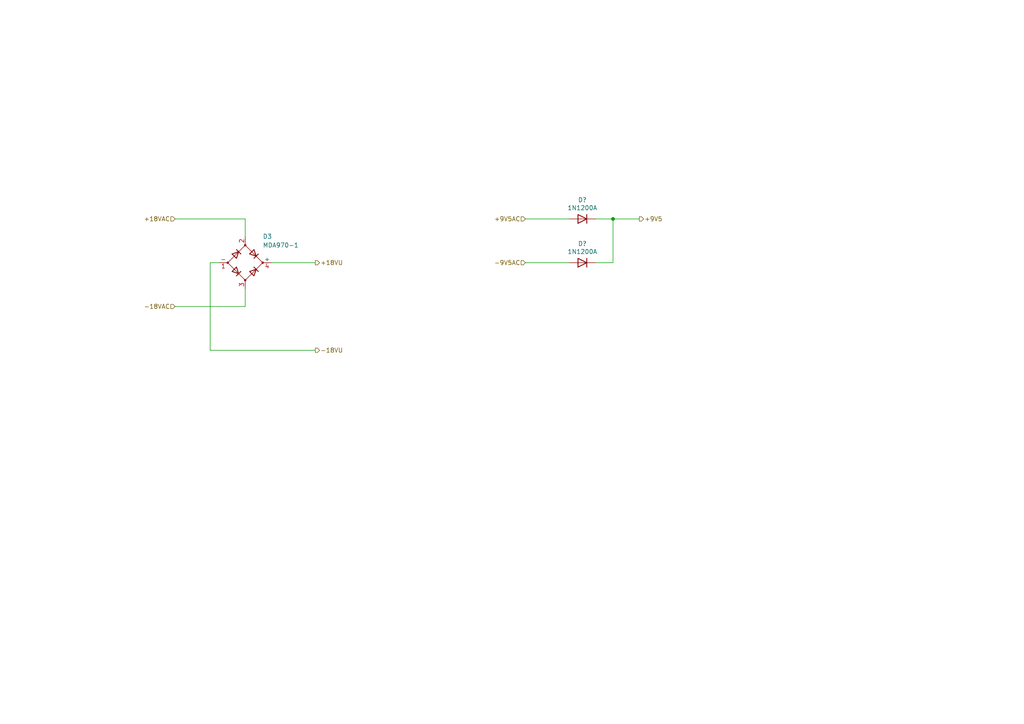
<source format=kicad_sch>
(kicad_sch (version 20231120) (generator "eeschema") (generator_version "8.0")
  (paper "A4")
  (lib_symbols
    (symbol "Device:D" (pin_numbers hide) (pin_names (offset 1.016) hide)
      (property "Reference" "D" (at 0 2.54 0))
      (property "Value" "D" (at 0 -2.54 0))
      (symbol "D_0_1"
        (polyline (pts (xy -1.27 1.27) (xy -1.27 -1.27)) (stroke (width 0.254)))
        (polyline (pts (xy 1.27 0) (xy -1.27 0)))
        (polyline (pts (xy 1.27 1.27) (xy 1.27 -1.27) (xy -1.27 0) (xy 1.27 1.27)) (stroke (width 0.254)))
      )
      (symbol "D_1_1"
        (pin passive line (at -3.81 0 0) (length 2.54) (name "K") (number "1"))
        (pin passive line (at 3.81 0 180) (length 2.54) (name "A") (number "2"))
      )
    )
    (symbol "Device:D_Bridge_-AA+" (pin_names (offset 0))
      (property "Reference" "D" (at 2.54 6.985 0))
      (property "Value" "D_Bridge_-AA+" (at 2.54 5.08 0))
      (symbol "D_Bridge_-AA+_0_1"
        (circle (center -5.08 0) (radius 0.254) (fill (type outline)))
        (circle (center 0 -5.08) (radius 0.254) (fill (type outline)))
        (polyline (pts (xy -2.54 3.81) (xy -1.27 2.54)) (stroke (width 0.254)))
        (polyline (pts (xy -1.27 -2.54) (xy -2.54 -3.81)) (stroke (width 0.254)))
        (polyline (pts (xy 2.54 -1.27) (xy 3.81 -2.54)) (stroke (width 0.254)))
        (polyline (pts (xy 2.54 1.27) (xy 3.81 2.54)) (stroke (width 0.254)))
        (polyline (pts (xy -3.81 2.54) (xy -2.54 1.27) (xy -1.905 3.175) (xy -3.81 2.54)) (stroke (width 0.254)))
        (polyline (pts (xy -2.54 -1.27) (xy -3.81 -2.54) (xy -1.905 -3.175) (xy -2.54 -1.27)) (stroke (width 0.254)))
        (polyline (pts (xy 1.27 2.54) (xy 2.54 3.81) (xy 3.175 1.905) (xy 1.27 2.54)) (stroke (width 0.254)))
        (polyline (pts (xy 3.175 -1.905) (xy 1.27 -2.54) (xy 2.54 -3.81) (xy 3.175 -1.905)) (stroke (width 0.254)))
        (polyline (pts (xy -5.08 0) (xy 0 -5.08) (xy 5.08 0) (xy 0 5.08) (xy -5.08 0)))
        (circle (center 0 5.08) (radius 0.254) (fill (type outline)))
        (circle (center 5.08 0) (radius 0.254) (fill (type outline)))
      )
      (symbol "D_Bridge_-AA+_1_1"
        (pin passive line (at -7.62 0 0) (length 2.54) (name "-") (number "1"))
        (pin passive line (at 0 7.62 270) (length 2.54) (name "~") (number "2"))
        (pin passive line (at 0 -7.62 90) (length 2.54) (name "~") (number "3"))
        (pin passive line (at 7.62 0 180) (length 2.54) (name "+") (number "4"))
      )
    )
  )
  (junction (at 177.8 63.5))
  (wire (pts (xy 50.8 63.5) (xy 71.12 63.5)))
  (wire (pts (xy 78.74 76.2) (xy 91.44 76.2)))
  (wire (pts (xy 185.42 63.5) (xy 177.8 63.5)))
  (wire (pts (xy 177.8 63.5) (xy 172.72 63.5)))
  (wire (pts (xy 172.72 76.2) (xy 177.8 76.2)))
  (wire (pts (xy 71.12 88.9) (xy 71.12 83.82)))
  (wire (pts (xy 177.8 76.2) (xy 177.8 63.5)))
  (wire (pts (xy 50.8 88.9) (xy 71.12 88.9)))
  (wire (pts (xy 152.4 76.2) (xy 165.1 76.2)))
  (wire (pts (xy 60.96 101.6) (xy 91.44 101.6)))
  (wire (pts (xy 152.4 63.5) (xy 165.1 63.5)))
  (wire (pts (xy 60.96 76.2) (xy 60.96 101.6)))
  (wire (pts (xy 71.12 63.5) (xy 71.12 68.58)))
  (wire (pts (xy 60.96 76.2) (xy 63.5 76.2)))
  (hierarchical_label "+9V5" (shape output) (at 185.42 63.5 0))
  (hierarchical_label "+18VAC" (shape input) (at 50.8 63.5 180))
  (hierarchical_label "+9V5AC" (shape input) (at 152.4 63.5 180))
  (hierarchical_label "+18VU" (shape output) (at 91.44 76.2 0))
  (hierarchical_label "-9V5AC" (shape input) (at 152.4 76.2 180))
  (hierarchical_label "-18VAC" (shape input) (at 50.8 88.9 180))
  (hierarchical_label "-18VU" (shape output) (at 91.44 101.6 0))
  (symbol (lib_id "Device:D_Bridge_-AA+") (at 71.12 76.2 0) (unit 1)
    (property "Reference" "D3" (at 76.2 68.58 0) (effects (justify left)))
    (property "Value" "MDA970-1" (at 76.2 71.12 0) (effects (justify left)))
  )
  (symbol (lib_id "Device:D") (at 168.91 63.5 180) (unit 1)
    (property "Reference" "D?" (at 168.91 57.9882 0))
    (property "Value" "1N1200A" (at 168.91 60.2996 0))
  )
  (symbol (lib_id "Device:D") (at 168.91 76.2 180) (unit 1)
    (property "Reference" "D?" (at 168.91 70.6882 0))
    (property "Value" "1N1200A" (at 168.91 72.9996 0))
  )
)
</source>
